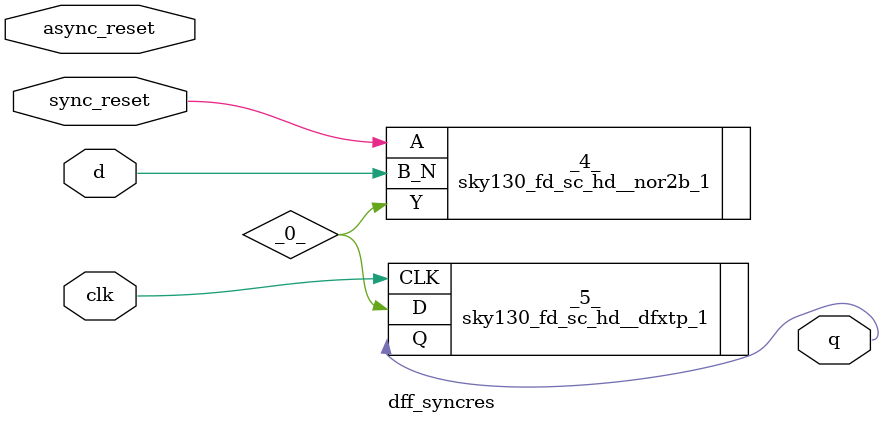
<source format=v>
/* Generated by Yosys 0.47+121 (git sha1 98b4affc4, g++ 13.2.0-23ubuntu4 -fPIC -O3) */

module dff_syncres(clk, async_reset, sync_reset, d, q);
  wire _0_;
  wire _1_;
  wire _2_;
  wire _3_;
  input async_reset;
  wire async_reset;
  input clk;
  wire clk;
  input d;
  wire d;
  output q;
  wire q;
  input sync_reset;
  wire sync_reset;
  sky130_fd_sc_hd__nor2b_1 _4_ (
    .A(_2_),
    .B_N(_1_),
    .Y(_0_)
  );
  sky130_fd_sc_hd__dfxtp_1 _5_ (
    .CLK(clk),
    .D(_3_),
    .Q(q)
  );
  assign _1_ = d;
  assign _2_ = sync_reset;
  assign _3_ = _0_;
endmodule

</source>
